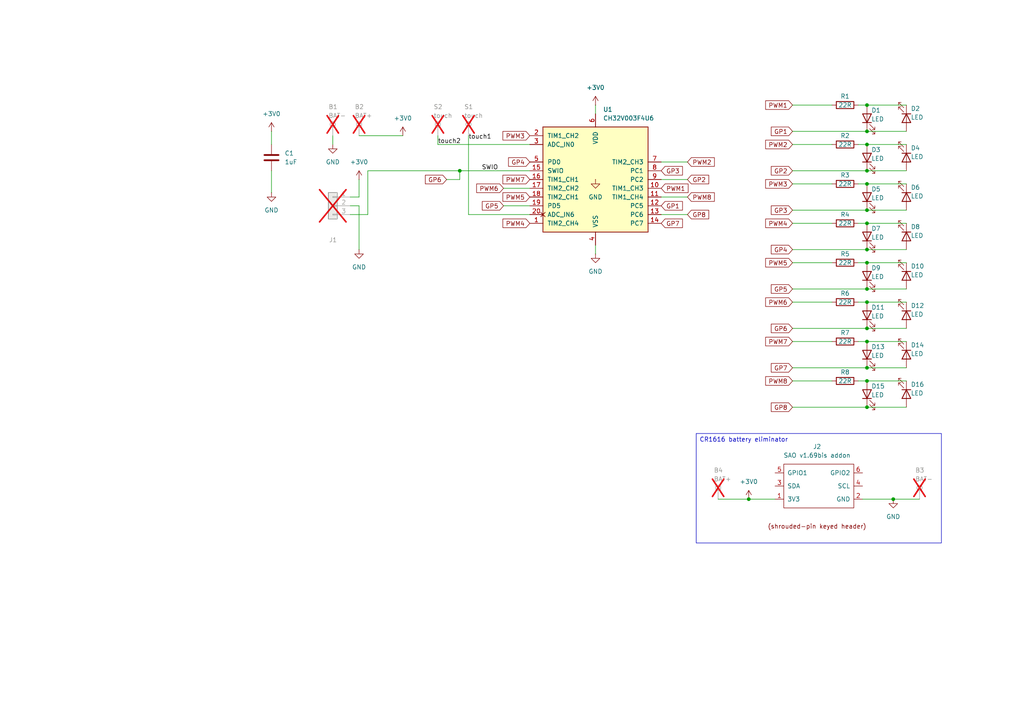
<source format=kicad_sch>
(kicad_sch (version 20250114) (generator "eeschema") (generator_version "9.0")
  (paper "A4")
  (lib_symbols
    (symbol "Connector:TestPoint" (pin_numbers (hide yes)) (pin_names (offset 0.762) (hide yes))
      (property "Reference" "TP" (at 0 6.858 0))
      (property "Value" "TestPoint" (at 0 5.08 0))
      (symbol "TestPoint_0_1"
        (circle (center 0 3.302) (radius 0.762))
      )
      (symbol "TestPoint_1_1"
        (pin passive line (at 0 0 90) (length 2.54) (name "1") (number "1"))
      )
    )
    (symbol "Connector_Generic:Conn_01x03" (pin_names (offset 1.016) (hide yes))
      (property "Reference" "J" (at 0 5.08 0))
      (property "Value" "Conn_01x03" (at 0 -5.08 0))
      (symbol "Conn_01x03_1_1"
        (rectangle (start -1.27 3.81) (end 1.27 -3.81) (stroke (width 0.254)) (fill (type background)))
        (rectangle (start -1.27 2.667) (end 0 2.413) (stroke (width 0.1524)))
        (rectangle (start -1.27 0.127) (end 0 -0.127) (stroke (width 0.1524)))
        (rectangle (start -1.27 -2.413) (end 0 -2.667) (stroke (width 0.1524)))
        (pin passive line (at -5.08 2.54 0) (length 3.81) (name "Pin_1") (number "1"))
        (pin passive line (at -5.08 0 0) (length 3.81) (name "Pin_2") (number "2"))
        (pin passive line (at -5.08 -2.54 0) (length 3.81) (name "Pin_3") (number "3"))
      )
    )
    (symbol "Device:C" (pin_numbers (hide yes)) (pin_names (offset 0.254))
      (property "Reference" "C" (at 0.635 2.54 0))
      (property "Value" "C" (at 0.635 -2.54 0))
      (symbol "C_0_1"
        (polyline (pts (xy -2.032 0.762) (xy 2.032 0.762)) (stroke (width 0.508)))
        (polyline (pts (xy -2.032 -0.762) (xy 2.032 -0.762)) (stroke (width 0.508)))
      )
      (symbol "C_1_1"
        (pin passive line (at 0 3.81 270) (length 2.794) (name "~") (number "1"))
        (pin passive line (at 0 -3.81 90) (length 2.794) (name "~") (number "2"))
      )
    )
    (symbol "Device:LED" (pin_numbers (hide yes)) (pin_names (offset 1.016) (hide yes))
      (property "Reference" "D" (at 0 2.54 0))
      (property "Value" "LED" (at 0 -2.54 0))
      (symbol "LED_0_1"
        (polyline (pts (xy -3.048 -0.762) (xy -4.572 -2.286) (xy -3.81 -2.286) (xy -4.572 -2.286) (xy -4.572 -1.524)))
        (polyline (pts (xy -1.778 -0.762) (xy -3.302 -2.286) (xy -2.54 -2.286) (xy -3.302 -2.286) (xy -3.302 -1.524)))
        (polyline (pts (xy -1.27 0) (xy 1.27 0)))
        (polyline (pts (xy -1.27 -1.27) (xy -1.27 1.27)) (stroke (width 0.254)))
        (polyline (pts (xy 1.27 -1.27) (xy 1.27 1.27) (xy -1.27 0) (xy 1.27 -1.27)) (stroke (width 0.254)))
      )
      (symbol "LED_1_1"
        (pin passive line (at -3.81 0 0) (length 2.54) (name "K") (number "1"))
        (pin passive line (at 3.81 0 180) (length 2.54) (name "A") (number "2"))
      )
    )
    (symbol "Device:R" (pin_numbers (hide yes)) (pin_names (offset 0))
      (property "Reference" "R" (at 2.032 0 90))
      (property "Value" "R" (at 0 0 90))
      (symbol "R_0_1"
        (rectangle (start -1.016 -2.54) (end 1.016 2.54) (stroke (width 0.254)))
      )
      (symbol "R_1_1"
        (pin passive line (at 0 3.81 270) (length 1.27) (name "~") (number "1"))
        (pin passive line (at 0 -3.81 90) (length 1.27) (name "~") (number "2"))
      )
    )
    (symbol "extra:SAO v1.69bis addon" (pin_names (offset 1.016))
      (property "Reference" "J" (at -1.27 8.89 0))
      (property "Value" "SAO v1.69bis addon" (at -10.6806 -8.89 0))
      (symbol "SAO v1.69bis addon_0_1"
        (rectangle (start -10.16 6.35) (end 10.16 -6.35))
      )
      (symbol "SAO v1.69bis addon_1_1"
        (text "(shrouded-pin keyed header)" (at -0.508 -11.684 0) (effects (font (size 1.27 1.27))))
        (pin bidirectional line (at -12.7 3.81 0) (length 2.54) (name "GPIO1") (number "5"))
        (pin bidirectional line (at -12.7 0 0) (length 2.54) (name "SDA") (number "3"))
        (pin power_in line (at -12.7 -3.81 0) (length 2.54) (name "3V3") (number "1"))
        (pin bidirectional line (at 12.7 3.81 180) (length 2.54) (name "GPIO2") (number "6"))
        (pin input line (at 12.7 0 180) (length 2.54) (name "SCL") (number "4"))
        (pin power_in line (at 12.7 -3.81 180) (length 2.54) (name "GND") (number "2"))
      )
    )
    (symbol "extra:WCH CH32V003F4U6" (pin_names (offset 1.27))
      (property "Reference" "U" (at -13.97 16.51 0))
      (property "Value" "WCH CH32V003F4U6" (at 5.08 -16.51 0))
      (symbol "WCH CH32V003F4U6_0_1"
        (rectangle (start -15.24 15.24) (end 15.24 -15.24) (stroke (width 0.254)) (fill (type background)))
      )
      (symbol "WCH CH32V003F4U6_1_1"
        (pin bidirectional line (at -19.05 12.7 0) (length 3.81) (name "PA1") (number "2") (alternate "TIM1_CH2" output line))
        (pin bidirectional line (at -19.05 10.16 0) (length 3.81) (name "PA2") (number "3") (alternate "ADC_IN0" input line))
        (pin bidirectional line (at -19.05 5.08 0) (length 3.81) (name "PD0") (number "5"))
        (pin bidirectional line (at -19.05 2.54 0) (length 3.81) (name "PD1") (number "15") (alternate "SWIO" bidirectional line))
        (pin bidirectional line (at -19.05 0 0) (length 3.81) (name "PD2") (number "16") (alternate "TIM1_CH1" output line))
        (pin bidirectional line (at -19.05 -2.54 0) (length 3.81) (name "PD3") (number "17") (alternate "TIM2_CH2" output line))
        (pin bidirectional line (at -19.05 -5.08 0) (length 3.81) (name "PD4") (number "18") (alternate "TIM2_CH1" output line))
        (pin bidirectional line (at -19.05 -7.62 0) (length 3.81) (name "PD5") (number "19"))
        (pin bidirectional line (at -19.05 -10.16 0) (length 3.81) (name "PD6") (number "20") (alternate "ADC_IN6" input non_logic))
        (pin bidirectional line (at -19.05 -12.7 0) (length 3.81) (name "PD7") (number "1") (alternate "TIM2_CH4" output line))
        (pin power_in line (at 0 19.05 270) (length 3.81) (name "VDD") (number "6"))
        (pin power_in line (at 0 0 90) (length 3.81) (hide yes) (name "VSS") (number "21"))
        (pin power_in line (at 0 -19.05 90) (length 3.81) (name "VSS") (number "4"))
        (pin bidirectional line (at 19.05 5.08 180) (length 3.81) (name "PC0") (number "7") (alternate "TIM2_CH3" output line))
        (pin bidirectional line (at 19.05 2.54 180) (length 3.81) (name "PC1") (number "8"))
        (pin bidirectional line (at 19.05 0 180) (length 3.81) (name "PC2") (number "9"))
        (pin bidirectional line (at 19.05 -2.54 180) (length 3.81) (name "PC3") (number "10") (alternate "TIM1_CH3" output line))
        (pin bidirectional line (at 19.05 -5.08 180) (length 3.81) (name "PC4") (number "11") (alternate "TIM1_CH4" output line))
        (pin bidirectional line (at 19.05 -7.62 180) (length 3.81) (name "PC5") (number "12"))
        (pin bidirectional line (at 19.05 -10.16 180) (length 3.81) (name "PC6") (number "13"))
        (pin bidirectional line (at 19.05 -12.7 180) (length 3.81) (name "PC7") (number "14"))
      )
    )
    (symbol "power:+3V0" (power) (pin_numbers (hide yes)) (pin_names (offset 0) (hide yes))
      (property "Value" "+3V0" (at 0 3.556 0))
      (symbol "+3V0_0_1"
        (polyline (pts (xy -0.762 1.27) (xy 0 2.54)))
        (polyline (pts (xy 0 2.54) (xy 0.762 1.27)))
        (polyline (pts (xy 0 0) (xy 0 2.54)))
      )
      (symbol "+3V0_1_1"
        (pin power_in line (at 0 0 90) (length 0) (name "~") (number "1"))
      )
    )
    (symbol "power:GND" (power) (pin_numbers (hide yes)) (pin_names (offset 0) (hide yes))
      (property "Value" "GND" (at 0 -3.81 0))
      (symbol "GND_0_1"
        (polyline (pts (xy 0 0) (xy 0 -1.27) (xy 1.27 -1.27) (xy 0 -2.54) (xy -1.27 -1.27) (xy 0 -1.27)))
      )
      (symbol "GND_1_1"
        (pin power_in line (at 0 0 270) (length 0) (name "~") (number "1"))
      )
    )
  )
  (text_box "CR1616 battery eliminator" (at 201.93 125.73 0) (size 71.12 31.75) (margins 0.9525 0.9525 0.9525 0.9525) (effects (font (size 1.27 1.27)) (justify left top)))
  (junction (at 251.46 87.63))
  (junction (at 251.46 30.48))
  (junction (at 251.46 53.34))
  (junction (at 251.46 83.82))
  (junction (at 259.08 144.78))
  (junction (at 217.17 144.78))
  (junction (at 251.46 72.39))
  (junction (at 251.46 106.68))
  (junction (at 251.46 60.96))
  (junction (at 133.35 49.53))
  (junction (at 251.46 41.91))
  (junction (at 251.46 49.53))
  (junction (at 251.46 76.2))
  (junction (at 251.46 99.06))
  (junction (at 251.46 95.25))
  (junction (at 251.46 64.77))
  (junction (at 251.46 110.49))
  (junction (at 251.46 38.1))
  (junction (at 251.46 118.11))
  (wire (pts (xy 153.67 41.91) (xy 127 41.91)))
  (wire (pts (xy 229.87 95.25) (xy 251.46 95.25)))
  (wire (pts (xy 101.6 59.69) (xy 104.14 59.69)))
  (wire (pts (xy 229.87 60.96) (xy 251.46 60.96)))
  (wire (pts (xy 78.74 55.88) (xy 78.74 49.53)))
  (wire (pts (xy 135.89 62.23) (xy 153.67 62.23)))
  (wire (pts (xy 106.68 49.53) (xy 133.35 49.53)))
  (wire (pts (xy 248.92 87.63) (xy 251.46 87.63)))
  (wire (pts (xy 248.92 53.34) (xy 251.46 53.34)))
  (wire (pts (xy 248.92 110.49) (xy 251.46 110.49)))
  (wire (pts (xy 191.77 57.15) (xy 199.39 57.15)))
  (wire (pts (xy 251.46 30.48) (xy 262.89 30.48)))
  (wire (pts (xy 104.14 57.15) (xy 101.6 57.15)))
  (wire (pts (xy 251.46 118.11) (xy 262.89 118.11)))
  (wire (pts (xy 229.87 49.53) (xy 251.46 49.53)))
  (wire (pts (xy 217.17 144.78) (xy 224.79 144.78)))
  (wire (pts (xy 251.46 83.82) (xy 262.89 83.82)))
  (wire (pts (xy 191.77 62.23) (xy 199.39 62.23)))
  (wire (pts (xy 251.46 64.77) (xy 262.89 64.77)))
  (wire (pts (xy 104.14 39.37) (xy 116.84 39.37)))
  (wire (pts (xy 251.46 95.25) (xy 262.89 95.25)))
  (wire (pts (xy 229.87 72.39) (xy 251.46 72.39)))
  (wire (pts (xy 229.87 83.82) (xy 251.46 83.82)))
  (wire (pts (xy 191.77 52.07) (xy 199.39 52.07)))
  (wire (pts (xy 133.35 49.53) (xy 153.67 49.53)))
  (wire (pts (xy 229.87 64.77) (xy 241.3 64.77)))
  (wire (pts (xy 172.72 71.12) (xy 172.72 73.66)))
  (wire (pts (xy 259.08 144.78) (xy 266.7 144.78)))
  (wire (pts (xy 251.46 49.53) (xy 262.89 49.53)))
  (wire (pts (xy 135.89 39.37) (xy 135.89 62.23)))
  (wire (pts (xy 229.87 99.06) (xy 241.3 99.06)))
  (wire (pts (xy 251.46 72.39) (xy 262.89 72.39)))
  (wire (pts (xy 191.77 46.99) (xy 199.39 46.99)))
  (wire (pts (xy 229.87 38.1) (xy 251.46 38.1)))
  (wire (pts (xy 172.72 30.48) (xy 172.72 33.02)))
  (wire (pts (xy 251.46 99.06) (xy 262.89 99.06)))
  (wire (pts (xy 229.87 118.11) (xy 251.46 118.11)))
  (wire (pts (xy 208.28 144.78) (xy 217.17 144.78)))
  (wire (pts (xy 251.46 38.1) (xy 262.89 38.1)))
  (wire (pts (xy 248.92 99.06) (xy 251.46 99.06)))
  (wire (pts (xy 129.54 52.07) (xy 133.35 52.07)))
  (wire (pts (xy 229.87 110.49) (xy 241.3 110.49)))
  (wire (pts (xy 229.87 53.34) (xy 241.3 53.34)))
  (wire (pts (xy 251.46 87.63) (xy 262.89 87.63)))
  (wire (pts (xy 127 41.91) (xy 127 39.37)))
  (wire (pts (xy 96.52 39.37) (xy 96.52 41.91)))
  (wire (pts (xy 248.92 76.2) (xy 251.46 76.2)))
  (wire (pts (xy 78.74 38.1) (xy 78.74 41.91)))
  (wire (pts (xy 104.14 52.07) (xy 104.14 57.15)))
  (wire (pts (xy 251.46 106.68) (xy 262.89 106.68)))
  (wire (pts (xy 229.87 106.68) (xy 251.46 106.68)))
  (wire (pts (xy 106.68 62.23) (xy 101.6 62.23)))
  (wire (pts (xy 229.87 76.2) (xy 241.3 76.2)))
  (wire (pts (xy 229.87 30.48) (xy 241.3 30.48)))
  (wire (pts (xy 229.87 41.91) (xy 241.3 41.91)))
  (wire (pts (xy 251.46 60.96) (xy 262.89 60.96)))
  (wire (pts (xy 248.92 41.91) (xy 251.46 41.91)))
  (wire (pts (xy 146.05 59.69) (xy 153.67 59.69)))
  (wire (pts (xy 146.05 54.61) (xy 153.67 54.61)))
  (wire (pts (xy 248.92 30.48) (xy 251.46 30.48)))
  (wire (pts (xy 133.35 52.07) (xy 133.35 49.53)))
  (wire (pts (xy 104.14 59.69) (xy 104.14 72.39)))
  (wire (pts (xy 248.92 64.77) (xy 251.46 64.77)))
  (wire (pts (xy 250.19 144.78) (xy 259.08 144.78)))
  (wire (pts (xy 251.46 41.91) (xy 262.89 41.91)))
  (wire (pts (xy 106.68 49.53) (xy 106.68 62.23)))
  (wire (pts (xy 251.46 53.34) (xy 262.89 53.34)))
  (wire (pts (xy 251.46 76.2) (xy 262.89 76.2)))
  (wire (pts (xy 251.46 110.49) (xy 262.89 110.49)))
  (wire (pts (xy 229.87 87.63) (xy 241.3 87.63)))
  (label "touch1" (at 135.89 40.64 0))
  (label "touch2" (at 127 41.91 0))
  (label "SWIO" (at 139.7 49.53 0))
  (global_label "GP1" (shape input) (at 191.77 59.69 0) (property "Intersheetrefs" "${INTERSHEET_REFS}" (effects (hide yes))))
  (global_label "GP4" (shape input) (at 153.67 46.99 180) (property "Intersheetrefs" "${INTERSHEET_REFS}" (effects (hide yes))))
  (global_label "GP3" (shape input) (at 229.87 60.96 180) (property "Intersheetrefs" "${INTERSHEET_REFS}" (effects (hide yes))))
  (global_label "PWM3" (shape input) (at 153.67 39.37 180) (property "Intersheetrefs" "${INTERSHEET_REFS}" (effects (hide yes))))
  (global_label "PWM6" (shape input) (at 229.87 87.63 180) (property "Intersheetrefs" "${INTERSHEET_REFS}" (effects (hide yes))))
  (global_label "GP1" (shape input) (at 229.87 38.1 180) (property "Intersheetrefs" "${INTERSHEET_REFS}" (effects (hide yes))))
  (global_label "PWM1" (shape input) (at 229.87 30.48 180) (property "Intersheetrefs" "${INTERSHEET_REFS}" (effects (hide yes))))
  (global_label "GP7" (shape input) (at 191.77 64.77 0) (property "Intersheetrefs" "${INTERSHEET_REFS}" (effects (hide yes))))
  (global_label "PWM1" (shape input) (at 191.77 54.61 0) (property "Intersheetrefs" "${INTERSHEET_REFS}" (effects (hide yes))))
  (global_label "PWM2" (shape input) (at 229.87 41.91 180) (property "Intersheetrefs" "${INTERSHEET_REFS}" (effects (hide yes))))
  (global_label "GP5" (shape input) (at 146.05 59.69 180) (property "Intersheetrefs" "${INTERSHEET_REFS}" (effects (hide yes))))
  (global_label "GP8" (shape input) (at 199.39 62.23 0) (property "Intersheetrefs" "${INTERSHEET_REFS}" (effects (hide yes))))
  (global_label "PWM7" (shape input) (at 229.87 99.06 180) (property "Intersheetrefs" "${INTERSHEET_REFS}" (effects (hide yes))))
  (global_label "GP2" (shape input) (at 229.87 49.53 180) (property "Intersheetrefs" "${INTERSHEET_REFS}" (effects (hide yes))))
  (global_label "PWM4" (shape input) (at 229.87 64.77 180) (property "Intersheetrefs" "${INTERSHEET_REFS}" (effects (hide yes))))
  (global_label "GP7" (shape input) (at 229.87 106.68 180) (property "Intersheetrefs" "${INTERSHEET_REFS}" (effects (hide yes))))
  (global_label "PWM5" (shape input) (at 153.67 57.15 180) (property "Intersheetrefs" "${INTERSHEET_REFS}" (effects (hide yes))))
  (global_label "PWM5" (shape input) (at 229.87 76.2 180) (property "Intersheetrefs" "${INTERSHEET_REFS}" (effects (hide yes))))
  (global_label "PWM3" (shape input) (at 229.87 53.34 180) (property "Intersheetrefs" "${INTERSHEET_REFS}" (effects (hide yes))))
  (global_label "PWM7" (shape input) (at 153.67 52.07 180) (property "Intersheetrefs" "${INTERSHEET_REFS}" (effects (hide yes))))
  (global_label "GP3" (shape input) (at 191.77 49.53 0) (property "Intersheetrefs" "${INTERSHEET_REFS}" (effects (hide yes))))
  (global_label "PWM2" (shape input) (at 199.39 46.99 0) (property "Intersheetrefs" "${INTERSHEET_REFS}" (effects (hide yes))))
  (global_label "GP5" (shape input) (at 229.87 83.82 180) (property "Intersheetrefs" "${INTERSHEET_REFS}" (effects (hide yes))))
  (global_label "PWM6" (shape input) (at 146.05 54.61 180) (property "Intersheetrefs" "${INTERSHEET_REFS}" (effects (hide yes))))
  (global_label "GP4" (shape input) (at 229.87 72.39 180) (property "Intersheetrefs" "${INTERSHEET_REFS}" (effects (hide yes))))
  (global_label "GP6" (shape input) (at 229.87 95.25 180) (property "Intersheetrefs" "${INTERSHEET_REFS}" (effects (hide yes))))
  (global_label "GP2" (shape input) (at 199.39 52.07 0) (property "Intersheetrefs" "${INTERSHEET_REFS}" (effects (hide yes))))
  (global_label "PWM4" (shape input) (at 153.67 64.77 180) (property "Intersheetrefs" "${INTERSHEET_REFS}" (effects (hide yes))))
  (global_label "PWM8" (shape input) (at 229.87 110.49 180) (property "Intersheetrefs" "${INTERSHEET_REFS}" (effects (hide yes))))
  (global_label "GP8" (shape input) (at 229.87 118.11 180) (property "Intersheetrefs" "${INTERSHEET_REFS}" (effects (hide yes))))
  (global_label "GP6" (shape input) (at 129.54 52.07 180) (property "Intersheetrefs" "${INTERSHEET_REFS}" (effects (hide yes))))
  (global_label "PWM8" (shape input) (at 199.39 57.15 0) (property "Intersheetrefs" "${INTERSHEET_REFS}" (effects (hide yes))))
  (symbol (lib_id "Device:R") (at 245.11 53.34 90) (unit 1)
    (property "Reference" "R3" (at 245.11 50.8 90))
    (property "Value" "22R" (at 245.11 53.34 90))
    (property "Footprint" "Resistor_SMD:R_0402_1005Metric" (effects (hide yes)))
    (property "Datasheet" "https://jlcpcb.com/api/file/downloadByFileSystemAccessId/8602999349706444800" (effects (hide yes)))
    (property "Description" "Resistor" (effects (hide yes)))
    (property "JLC" "C7496803" (effects (hide yes)))
  )
  (symbol (lib_id "power:GND") (at 96.52 41.91 0) (unit 1)
    (property "Reference" "#PWR03" (effects (hide yes)))
    (property "Value" "GND" (at 96.52 46.99 0))
    (property "Description" "Power symbol creates a global label with name \"GND\" , ground" (effects (hide yes)))
  )
  (symbol (lib_id "power:GND") (at 259.08 144.78 0) (unit 1)
    (property "Reference" "#PWR08" (effects (hide yes)))
    (property "Value" "GND" (at 259.08 149.86 0))
    (property "Description" "Power symbol creates a global label with name \"GND\" , ground" (effects (hide yes)))
  )
  (symbol (lib_id "Device:R") (at 245.11 30.48 90) (unit 1)
    (property "Reference" "R1" (at 245.11 27.94 90))
    (property "Value" "22R" (at 245.11 30.48 90))
    (property "Footprint" "Resistor_SMD:R_0402_1005Metric" (effects (hide yes)))
    (property "Datasheet" "https://jlcpcb.com/api/file/downloadByFileSystemAccessId/8602999349706444800" (effects (hide yes)))
    (property "Description" "Resistor" (effects (hide yes)))
    (property "JLC" "C7496803" (effects (hide yes)))
  )
  (symbol (lib_id "Device:LED") (at 251.46 45.72 90) (unit 1)
    (property "Reference" "D3" (at 252.73 43.434 90) (effects (justify right)))
    (property "Value" "LED" (at 252.73 45.974 90) (effects (justify right)))
    (property "Footprint" "LED_SMD:LED_0402_1005Metric" (effects (hide yes)))
    (property "Datasheet" "https://www.lcsc.com/datasheet/lcsc_datasheet_2402181505_XINGLIGHT-XL-1005SURC_C965790.pdf" (effects (hide yes)))
    (property "Description" "Light emitting diode" (effects (hide yes)))
    (property "LCSC" "C965790" (effects (hide yes)))
  )
  (symbol (lib_id "power:+3V0") (at 172.72 30.48 0) (unit 1)
    (property "Reference" "#PWR01" (effects (hide yes)))
    (property "Value" "+3V0" (at 172.72 25.4 0))
    (property "Description" "Power symbol creates a global label with name \"+3V0\"" (effects (hide yes)))
  )
  (symbol (lib_id "Device:R") (at 245.11 64.77 90) (unit 1)
    (property "Reference" "R4" (at 245.11 62.23 90))
    (property "Value" "22R" (at 245.11 64.77 90))
    (property "Footprint" "Resistor_SMD:R_0402_1005Metric" (effects (hide yes)))
    (property "Datasheet" "https://jlcpcb.com/api/file/downloadByFileSystemAccessId/8602999349706444800" (effects (hide yes)))
    (property "Description" "Resistor" (effects (hide yes)))
    (property "JLC" "C7496803" (effects (hide yes)))
  )
  (symbol (lib_id "Device:LED") (at 262.89 45.72 270) (unit 1)
    (property "Reference" "D4" (at 264.16 42.926 90) (effects (justify left)))
    (property "Value" "LED" (at 264.16 45.466 90) (effects (justify left)))
    (property "Footprint" "LED_SMD:LED_0402_1005Metric" (effects (hide yes)))
    (property "Datasheet" "https://www.lcsc.com/datasheet/lcsc_datasheet_2402181505_XINGLIGHT-XL-1005SURC_C965790.pdf" (effects (hide yes)))
    (property "Description" "Light emitting diode" (effects (hide yes)))
    (property "LCSC" "C965790" (effects (hide yes)))
  )
  (symbol (lib_id "Device:LED") (at 251.46 80.01 90) (unit 1)
    (property "Reference" "D9" (at 252.73 77.724 90) (effects (justify right)))
    (property "Value" "LED" (at 252.73 80.264 90) (effects (justify right)))
    (property "Footprint" "LED_SMD:LED_0402_1005Metric" (effects (hide yes)))
    (property "Datasheet" "https://www.lcsc.com/datasheet/lcsc_datasheet_2402181505_XINGLIGHT-XL-1005SURC_C965790.pdf" (effects (hide yes)))
    (property "Description" "Light emitting diode" (effects (hide yes)))
    (property "LCSC" "C965790" (effects (hide yes)))
  )
  (symbol (lib_id "power:GND") (at 172.72 73.66 0) (unit 1)
    (property "Reference" "#PWR05" (effects (hide yes)))
    (property "Value" "GND" (at 172.72 78.74 0))
    (property "Description" "Power symbol creates a global label with name \"GND\" , ground" (effects (hide yes)))
  )
  (symbol (lib_id "Device:LED") (at 262.89 57.15 270) (unit 1)
    (property "Reference" "D6" (at 264.16 54.356 90) (effects (justify left)))
    (property "Value" "LED" (at 264.16 56.896 90) (effects (justify left)))
    (property "Footprint" "LED_SMD:LED_0402_1005Metric" (effects (hide yes)))
    (property "Datasheet" "https://www.lcsc.com/datasheet/lcsc_datasheet_2402181505_XINGLIGHT-XL-1005SURC_C965790.pdf" (effects (hide yes)))
    (property "Description" "Light emitting diode" (effects (hide yes)))
    (property "LCSC" "C965790" (effects (hide yes)))
  )
  (symbol (lib_id "Connector:TestPoint") (at 266.7 144.78 0) (unit 1) (in_bom no) (dnp yes)
    (property "Reference" "B3" (at 265.43 136.398 0) (effects (justify left)))
    (property "Value" "BAT-" (at 265.43 138.938 0) (effects (justify left)))
    (property "Footprint" "TestPoint:TestPoint_Pad_D4.0mm" (effects (hide yes)))
    (property "Description" "test point" (effects (hide yes)))
  )
  (symbol (lib_id "Device:LED") (at 251.46 34.29 90) (unit 1)
    (property "Reference" "D1" (at 252.73 32.004 90) (effects (justify right)))
    (property "Value" "LED" (at 252.73 34.544 90) (effects (justify right)))
    (property "Footprint" "LED_SMD:LED_0402_1005Metric" (effects (hide yes)))
    (property "Datasheet" "https://www.lcsc.com/datasheet/lcsc_datasheet_2402181505_XINGLIGHT-XL-1005SURC_C965790.pdf" (effects (hide yes)))
    (property "Description" "Light emitting diode" (effects (hide yes)))
    (property "LCSC" "C965790" (effects (hide yes)))
  )
  (symbol (lib_id "Device:LED") (at 262.89 80.01 270) (unit 1)
    (property "Reference" "D10" (at 264.16 77.216 90) (effects (justify left)))
    (property "Value" "LED" (at 264.16 79.756 90) (effects (justify left)))
    (property "Footprint" "LED_SMD:LED_0402_1005Metric" (effects (hide yes)))
    (property "Datasheet" "https://www.lcsc.com/datasheet/lcsc_datasheet_2402181505_XINGLIGHT-XL-1005SURC_C965790.pdf" (effects (hide yes)))
    (property "Description" "Light emitting diode" (effects (hide yes)))
    (property "LCSC" "C965790" (effects (hide yes)))
  )
  (symbol (lib_id "Connector:TestPoint") (at 135.89 39.37 0) (unit 1) (in_bom no) (dnp yes)
    (property "Reference" "S1" (at 134.62 30.988 0) (effects (justify left)))
    (property "Value" "touch" (at 134.62 33.528 0) (effects (justify left)))
    (property "Footprint" "TestPoint:TestPoint_Pad_D4.0mm" (effects (hide yes)))
    (property "Description" "test point" (effects (hide yes)))
  )
  (symbol (lib_id "power:+3V0") (at 78.74 38.1 0) (unit 1)
    (property "Reference" "#PWR09" (effects (hide yes)))
    (property "Value" "+3V0" (at 78.74 33.02 0))
    (property "Description" "Power symbol creates a global label with name \"+3V0\"" (effects (hide yes)))
  )
  (symbol (lib_id "Device:LED") (at 251.46 114.3 90) (unit 1)
    (property "Reference" "D15" (at 252.73 112.014 90) (effects (justify right)))
    (property "Value" "LED" (at 252.73 114.554 90) (effects (justify right)))
    (property "Footprint" "LED_SMD:LED_0402_1005Metric" (effects (hide yes)))
    (property "Datasheet" "https://www.lcsc.com/datasheet/lcsc_datasheet_2402181505_XINGLIGHT-XL-1005SURC_C965790.pdf" (effects (hide yes)))
    (property "Description" "Light emitting diode" (effects (hide yes)))
    (property "LCSC" "C965790" (effects (hide yes)))
  )
  (symbol (lib_id "Device:R") (at 245.11 41.91 90) (unit 1)
    (property "Reference" "R2" (at 245.11 39.37 90))
    (property "Value" "22R" (at 245.11 41.91 90))
    (property "Footprint" "Resistor_SMD:R_0402_1005Metric" (effects (hide yes)))
    (property "Datasheet" "https://jlcpcb.com/api/file/downloadByFileSystemAccessId/8602999349706444800" (effects (hide yes)))
    (property "Description" "Resistor" (effects (hide yes)))
    (property "JLC" "C7496803" (effects (hide yes)))
  )
  (symbol (lib_id "Device:LED") (at 262.89 68.58 270) (unit 1)
    (property "Reference" "D8" (at 264.16 65.786 90) (effects (justify left)))
    (property "Value" "LED" (at 264.16 68.326 90) (effects (justify left)))
    (property "Footprint" "LED_SMD:LED_0402_1005Metric" (effects (hide yes)))
    (property "Datasheet" "https://www.lcsc.com/datasheet/lcsc_datasheet_2402181505_XINGLIGHT-XL-1005SURC_C965790.pdf" (effects (hide yes)))
    (property "Description" "Light emitting diode" (effects (hide yes)))
    (property "LCSC" "C965790" (effects (hide yes)))
  )
  (symbol (lib_id "Device:LED") (at 251.46 68.58 90) (unit 1)
    (property "Reference" "D7" (at 252.73 66.294 90) (effects (justify right)))
    (property "Value" "LED" (at 252.73 68.834 90) (effects (justify right)))
    (property "Footprint" "LED_SMD:LED_0402_1005Metric" (effects (hide yes)))
    (property "Datasheet" "https://www.lcsc.com/datasheet/lcsc_datasheet_2402181505_XINGLIGHT-XL-1005SURC_C965790.pdf" (effects (hide yes)))
    (property "Description" "Light emitting diode" (effects (hide yes)))
    (property "LCSC" "C965790" (effects (hide yes)))
  )
  (symbol (lib_id "power:+3V0") (at 217.17 144.78 0) (unit 1)
    (property "Reference" "#PWR011" (effects (hide yes)))
    (property "Value" "+3V0" (at 217.17 139.7 0))
    (property "Description" "Power symbol creates a global label with name \"+3V0\"" (effects (hide yes)))
  )
  (symbol (lib_id "Device:LED") (at 251.46 57.15 90) (unit 1)
    (property "Reference" "D5" (at 252.73 54.864 90) (effects (justify right)))
    (property "Value" "LED" (at 252.73 57.404 90) (effects (justify right)))
    (property "Footprint" "LED_SMD:LED_0402_1005Metric" (effects (hide yes)))
    (property "Datasheet" "https://www.lcsc.com/datasheet/lcsc_datasheet_2402181505_XINGLIGHT-XL-1005SURC_C965790.pdf" (effects (hide yes)))
    (property "Description" "Light emitting diode" (effects (hide yes)))
    (property "LCSC" "C965790" (effects (hide yes)))
  )
  (symbol (lib_id "power:+3V0") (at 104.14 52.07 0) (unit 1)
    (property "Reference" "#PWR06" (effects (hide yes)))
    (property "Value" "+3V0" (at 104.14 46.99 0))
    (property "Description" "Power symbol creates a global label with name \"+3V0\"" (effects (hide yes)))
  )
  (symbol (lib_id "power:GND") (at 104.14 72.39 0) (unit 1)
    (property "Reference" "#PWR07" (effects (hide yes)))
    (property "Value" "GND" (at 104.14 77.47 0))
    (property "Description" "Power symbol creates a global label with name \"GND\" , ground" (effects (hide yes)))
  )
  (symbol (lib_id "extra:SAO v1.69bis addon") (at 237.49 140.97 0) (unit 1)
    (property "Reference" "J2" (at 236.982 129.54 0))
    (property "Value" "SAO v1.69bis addon" (at 236.982 132.08 0))
    (property "Footprint" "Connector_IDC:IDC-Header_2x03_P2.54mm_Vertical" (effects (hide yes)))
    (property "Datasheet" "https://hackaday.com/2019/03/20/introducing-the-shitty-add-on-v1-69bis-standard/" (effects (hide yes)))
  )
  (symbol (lib_id "Device:LED") (at 251.46 102.87 90) (unit 1)
    (property "Reference" "D13" (at 252.73 100.584 90) (effects (justify right)))
    (property "Value" "LED" (at 252.73 103.124 90) (effects (justify right)))
    (property "Footprint" "LED_SMD:LED_0402_1005Metric" (effects (hide yes)))
    (property "Datasheet" "https://www.lcsc.com/datasheet/lcsc_datasheet_2402181505_XINGLIGHT-XL-1005SURC_C965790.pdf" (effects (hide yes)))
    (property "Description" "Light emitting diode" (effects (hide yes)))
    (property "LCSC" "C965790" (effects (hide yes)))
  )
  (symbol (lib_id "Connector:TestPoint") (at 127 39.37 0) (unit 1) (in_bom no) (dnp yes)
    (property "Reference" "S2" (at 125.73 30.988 0) (effects (justify left)))
    (property "Value" "touch" (at 125.73 33.528 0) (effects (justify left)))
    (property "Footprint" "TestPoint:TestPoint_Pad_D4.0mm" (effects (hide yes)))
    (property "Description" "test point" (effects (hide yes)))
  )
  (symbol (lib_id "Device:LED") (at 262.89 91.44 270) (unit 1)
    (property "Reference" "D12" (at 264.16 88.646 90) (effects (justify left)))
    (property "Value" "LED" (at 264.16 91.186 90) (effects (justify left)))
    (property "Footprint" "LED_SMD:LED_0402_1005Metric" (effects (hide yes)))
    (property "Datasheet" "https://www.lcsc.com/datasheet/lcsc_datasheet_2402181505_XINGLIGHT-XL-1005SURC_C965790.pdf" (effects (hide yes)))
    (property "Description" "Light emitting diode" (effects (hide yes)))
    (property "LCSC" "C965790" (effects (hide yes)))
  )
  (symbol (lib_id "power:GND") (at 78.74 55.88 0) (unit 1)
    (property "Reference" "#PWR010" (effects (hide yes)))
    (property "Value" "GND" (at 78.74 60.96 0))
    (property "Description" "Power symbol creates a global label with name \"GND\" , ground" (effects (hide yes)))
  )
  (symbol (lib_id "power:+3V0") (at 116.84 39.37 0) (unit 1)
    (property "Reference" "#PWR04" (effects (hide yes)))
    (property "Value" "+3V0" (at 116.84 34.29 0))
    (property "Description" "Power symbol creates a global label with name \"+3V0\"" (effects (hide yes)))
  )
  (symbol (lib_id "Device:R") (at 245.11 99.06 90) (unit 1)
    (property "Reference" "R7" (at 245.11 96.52 90))
    (property "Value" "22R" (at 245.11 99.06 90))
    (property "Footprint" "Resistor_SMD:R_0402_1005Metric" (effects (hide yes)))
    (property "Datasheet" "https://jlcpcb.com/api/file/downloadByFileSystemAccessId/8602999349706444800" (effects (hide yes)))
    (property "Description" "Resistor" (effects (hide yes)))
    (property "JLC" "C7496803" (effects (hide yes)))
  )
  (symbol (lib_id "Connector:TestPoint") (at 208.28 144.78 0) (unit 1) (in_bom no) (dnp yes)
    (property "Reference" "B4" (at 207.01 136.398 0) (effects (justify left)))
    (property "Value" "BAT+" (at 207.01 138.938 0) (effects (justify left)))
    (property "Footprint" "TestPoint:TestPoint_Pad_D4.0mm" (effects (hide yes)))
    (property "Description" "test point" (effects (hide yes)))
  )
  (symbol (lib_id "Device:LED") (at 251.46 91.44 90) (unit 1)
    (property "Reference" "D11" (at 252.73 89.154 90) (effects (justify right)))
    (property "Value" "LED" (at 252.73 91.694 90) (effects (justify right)))
    (property "Footprint" "LED_SMD:LED_0402_1005Metric" (effects (hide yes)))
    (property "Datasheet" "https://www.lcsc.com/datasheet/lcsc_datasheet_2402181505_XINGLIGHT-XL-1005SURC_C965790.pdf" (effects (hide yes)))
    (property "Description" "Light emitting diode" (effects (hide yes)))
    (property "LCSC" "C965790" (effects (hide yes)))
  )
  (symbol (lib_id "Device:LED") (at 262.89 34.29 270) (unit 1)
    (property "Reference" "D2" (at 264.16 31.496 90) (effects (justify left)))
    (property "Value" "LED" (at 264.16 34.036 90) (effects (justify left)))
    (property "Footprint" "LED_SMD:LED_0402_1005Metric" (effects (hide yes)))
    (property "Datasheet" "https://www.lcsc.com/datasheet/lcsc_datasheet_2402181505_XINGLIGHT-XL-1005SURC_C965790.pdf" (effects (hide yes)))
    (property "Description" "Light emitting diode" (effects (hide yes)))
    (property "LCSC" "C965790" (effects (hide yes)))
  )
  (symbol (lib_id "Device:R") (at 245.11 87.63 90) (unit 1)
    (property "Reference" "R6" (at 245.11 85.09 90))
    (property "Value" "22R" (at 245.11 87.63 90))
    (property "Footprint" "Resistor_SMD:R_0402_1005Metric" (effects (hide yes)))
    (property "Datasheet" "https://jlcpcb.com/api/file/downloadByFileSystemAccessId/8602999349706444800" (effects (hide yes)))
    (property "Description" "Resistor" (effects (hide yes)))
    (property "JLC" "C7496803" (effects (hide yes)))
  )
  (symbol (lib_id "Connector:TestPoint") (at 104.14 39.37 0) (unit 1) (in_bom no) (dnp yes)
    (property "Reference" "B2" (at 102.87 30.988 0) (effects (justify left)))
    (property "Value" "BAT+" (at 102.87 33.528 0) (effects (justify left)))
    (property "Footprint" "TestPoint:TestPoint_Pad_D4.0mm" (effects (hide yes)))
    (property "Description" "test point" (effects (hide yes)))
  )
  (symbol (lib_id "power:GND") (at 172.72 52.07 0) (unit 1)
    (property "Reference" "#PWR02" (effects (hide yes)))
    (property "Value" "GND" (at 172.72 57.15 0))
    (property "Description" "Power symbol creates a global label with name \"GND\" , ground" (effects (hide yes)))
  )
  (symbol (lib_id "extra:WCH CH32V003F4U6") (at 172.72 52.07 0) (unit 1)
    (property "Reference" "U1" (at 174.9141 31.75 0) (effects (justify left)))
    (property "Value" "CH32V003F4U6" (at 174.9141 34.29 0) (effects (justify left)))
    (property "Footprint" "Package_DFN_QFN:QFN-20-1EP_3x3mm_P0.4mm_EP1.65x1.65mm" (effects (hide yes)))
    (property "Datasheet" "https://www.wch-ic.com/downloads/CH32V003DS0_PDF.html" (effects (hide yes)))
    (property "Description" "industrial-grade general-purpose microcontroller" (effects (hide yes)))
    (property "LCSC" "C5299908" (effects (hide yes)))
    (property "JLC" "C5299908" (effects (hide yes)))
    (pin "18" (alternate "TIM2_CH1"))
    (pin "2" (alternate "TIM1_CH2"))
    (pin "3" (alternate "ADC_IN0"))
    (pin "20" (alternate "ADC_IN6"))
    (pin "1" (alternate "TIM2_CH4"))
    (pin "10" (alternate "TIM1_CH3"))
    (pin "15" (alternate "SWIO"))
    (pin "11" (alternate "TIM1_CH4"))
    (pin "16" (alternate "TIM1_CH1"))
    (pin "17" (alternate "TIM2_CH2"))
    (pin "7" (alternate "TIM2_CH3"))
  )
  (symbol (lib_id "Device:R") (at 245.11 110.49 90) (unit 1)
    (property "Reference" "R8" (at 245.11 107.95 90))
    (property "Value" "22R" (at 245.11 110.49 90))
    (property "Footprint" "Resistor_SMD:R_0402_1005Metric" (effects (hide yes)))
    (property "Datasheet" "https://jlcpcb.com/api/file/downloadByFileSystemAccessId/8602999349706444800" (effects (hide yes)))
    (property "Description" "Resistor" (effects (hide yes)))
    (property "JLC" "C7496803" (effects (hide yes)))
  )
  (symbol (lib_id "Connector_Generic:Conn_01x03") (at 96.52 59.69 0) (mirror y) (unit 1) (in_bom no) (dnp yes)
    (property "Reference" "J1" (at 97.79 69.596 0) (effects (justify left)))
    (property "Value" "Conn_01x03" (effects (hide yes)))
    (property "Footprint" "Connector_PinHeader_1.27mm:PinHeader_1x03_P1.27mm_Vertical" (effects (hide yes)))
    (property "Description" "Generic connector, single row, 01x03, script generated (kicad-library-utils/schlib/autogen/connector/)" (effects (hide yes)))
  )
  (symbol (lib_id "Device:LED") (at 262.89 102.87 270) (unit 1)
    (property "Reference" "D14" (at 264.16 100.076 90) (effects (justify left)))
    (property "Value" "LED" (at 264.16 102.616 90) (effects (justify left)))
    (property "Footprint" "LED_SMD:LED_0402_1005Metric" (effects (hide yes)))
    (property "Datasheet" "https://www.lcsc.com/datasheet/lcsc_datasheet_2402181505_XINGLIGHT-XL-1005SURC_C965790.pdf" (effects (hide yes)))
    (property "Description" "Light emitting diode" (effects (hide yes)))
    (property "LCSC" "C965790" (effects (hide yes)))
  )
  (symbol (lib_id "Device:LED") (at 262.89 114.3 270) (unit 1)
    (property "Reference" "D16" (at 264.16 111.506 90) (effects (justify left)))
    (property "Value" "LED" (at 264.16 114.046 90) (effects (justify left)))
    (property "Footprint" "LED_SMD:LED_0402_1005Metric" (effects (hide yes)))
    (property "Datasheet" "https://www.lcsc.com/datasheet/lcsc_datasheet_2402181505_XINGLIGHT-XL-1005SURC_C965790.pdf" (effects (hide yes)))
    (property "Description" "Light emitting diode" (effects (hide yes)))
    (property "LCSC" "C965790" (effects (hide yes)))
  )
  (symbol (lib_id "Device:R") (at 245.11 76.2 90) (unit 1)
    (property "Reference" "R5" (at 245.11 73.66 90))
    (property "Value" "22R" (at 245.11 76.2 90))
    (property "Footprint" "Resistor_SMD:R_0402_1005Metric" (effects (hide yes)))
    (property "Datasheet" "https://jlcpcb.com/api/file/downloadByFileSystemAccessId/8602999349706444800" (effects (hide yes)))
    (property "Description" "Resistor" (effects (hide yes)))
    (property "JLC" "C7496803" (effects (hide yes)))
  )
  (symbol (lib_id "Device:C") (at 78.74 45.72 0) (unit 1)
    (property "Reference" "C1" (at 82.55 44.4499 0) (effects (justify left)))
    (property "Value" "1uF" (at 82.55 46.9899 0) (effects (justify left)))
    (property "Footprint" "Capacitor_SMD:C_0402_1005Metric" (effects (hide yes)))
    (property "Datasheet" "https://jlcpcb.com/api/file/downloadByFileSystemAccessId/8579705910383595520" (effects (hide yes)))
    (property "Description" "Unpolarized capacitor" (effects (hide yes)))
    (property "JLC" "C25092" (effects (hide yes)))
  )
  (symbol (lib_id "Connector:TestPoint") (at 96.52 39.37 0) (unit 1) (in_bom no) (dnp yes)
    (property "Reference" "B1" (at 95.25 30.988 0) (effects (justify left)))
    (property "Value" "BAT-" (at 95.25 33.528 0) (effects (justify left)))
    (property "Footprint" "TestPoint:TestPoint_Pad_D4.0mm" (effects (hide yes)))
    (property "Description" "test point" (effects (hide yes)))
  )
)
</source>
